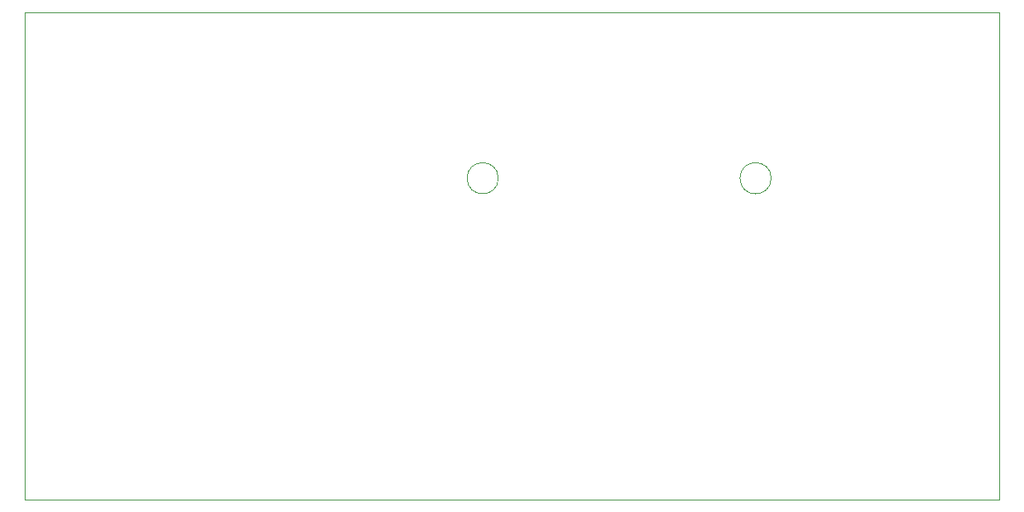
<source format=gbr>
G04 #@! TF.GenerationSoftware,KiCad,Pcbnew,(5.1.2)-2*
G04 #@! TF.CreationDate,2020-09-08T19:50:00+01:00*
G04 #@! TF.ProjectId,INV_Board,494e565f-426f-4617-9264-2e6b69636164,rev?*
G04 #@! TF.SameCoordinates,Original*
G04 #@! TF.FileFunction,Profile,NP*
%FSLAX46Y46*%
G04 Gerber Fmt 4.6, Leading zero omitted, Abs format (unit mm)*
G04 Created by KiCad (PCBNEW (5.1.2)-2) date 2020-09-08 19:50:00*
%MOMM*%
%LPD*%
G04 APERTURE LIST*
%ADD10C,0.050000*%
G04 APERTURE END LIST*
D10*
X116600000Y-45000000D02*
G75*
G03X116600000Y-45000000I-1600000J0D01*
G01*
X88600000Y-45000000D02*
G75*
G03X88600000Y-45000000I-1600000J0D01*
G01*
X40000000Y-78000000D02*
X40000000Y-28000000D01*
X140000000Y-78000000D02*
X40000000Y-78000000D01*
X140000000Y-28000000D02*
X140000000Y-78000000D01*
X40000000Y-28000000D02*
X140000000Y-28000000D01*
M02*

</source>
